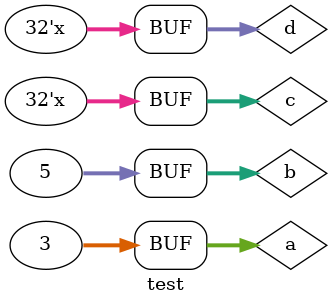
<source format=v>
module test;
   integer a,b,c,d;
   initial begin
      #2 a<= #1 3; 
      #1 b= #4 5; 
      #5 c= #2 b+a;
      #2 d<= #3 10;
      d= #5 a+b;
   end
initial begin
   $monitor("Sim time= %0t | A= %0d | b=%0d | c=%0d | d= %0d", $time,a,b,c,d);
end
   endmodule

</source>
